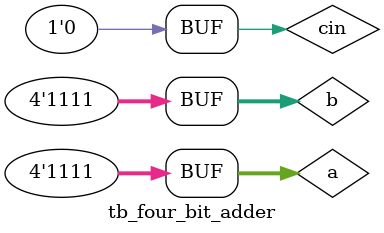
<source format=v>
module tb_four_bit_adder();
reg [3:0]a,b;
reg cin;
wire [3:0]sum;
wire cout;
four_bit_adder dut(.a(a),.b(b),.cin(cin),.sum(sum),.cout(cout));

initial begin
a = 4'b1000;b = 4'b0001;cin = 1'b1;#5;
a = 4'b1001;b = 4'b0001;cin = 1'b1;#5;
a = 4'b1010;b = 4'b0011;cin = 1'b1;#5;
a = 4'b1111;b = 4'b1111;cin = 1'b0;#5;


end

endmodule

</source>
